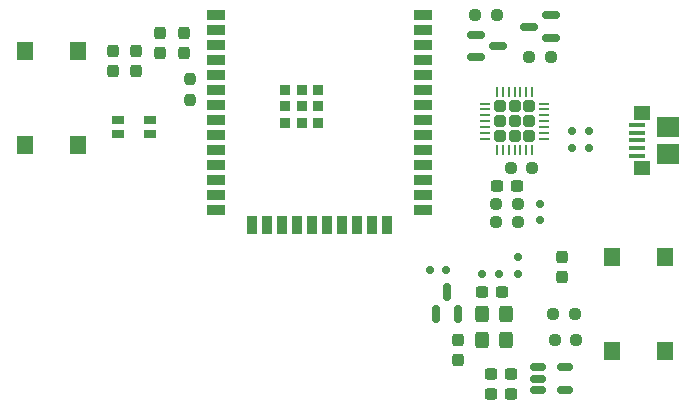
<source format=gbr>
%TF.GenerationSoftware,KiCad,Pcbnew,8.0.5-8.0.5-0~ubuntu24.04.1*%
%TF.CreationDate,2024-09-17T16:47:33-05:00*%
%TF.ProjectId,Airboat,41697262-6f61-4742-9e6b-696361645f70,rev?*%
%TF.SameCoordinates,Original*%
%TF.FileFunction,Paste,Top*%
%TF.FilePolarity,Positive*%
%FSLAX46Y46*%
G04 Gerber Fmt 4.6, Leading zero omitted, Abs format (unit mm)*
G04 Created by KiCad (PCBNEW 8.0.5-8.0.5-0~ubuntu24.04.1) date 2024-09-17 16:47:33*
%MOMM*%
%LPD*%
G01*
G04 APERTURE LIST*
G04 Aperture macros list*
%AMRoundRect*
0 Rectangle with rounded corners*
0 $1 Rounding radius*
0 $2 $3 $4 $5 $6 $7 $8 $9 X,Y pos of 4 corners*
0 Add a 4 corners polygon primitive as box body*
4,1,4,$2,$3,$4,$5,$6,$7,$8,$9,$2,$3,0*
0 Add four circle primitives for the rounded corners*
1,1,$1+$1,$2,$3*
1,1,$1+$1,$4,$5*
1,1,$1+$1,$6,$7*
1,1,$1+$1,$8,$9*
0 Add four rect primitives between the rounded corners*
20,1,$1+$1,$2,$3,$4,$5,0*
20,1,$1+$1,$4,$5,$6,$7,0*
20,1,$1+$1,$6,$7,$8,$9,0*
20,1,$1+$1,$8,$9,$2,$3,0*%
G04 Aperture macros list end*
%ADD10RoundRect,0.150000X-0.512500X-0.150000X0.512500X-0.150000X0.512500X0.150000X-0.512500X0.150000X0*%
%ADD11RoundRect,0.237500X0.300000X0.237500X-0.300000X0.237500X-0.300000X-0.237500X0.300000X-0.237500X0*%
%ADD12RoundRect,0.237500X0.237500X-0.250000X0.237500X0.250000X-0.237500X0.250000X-0.237500X-0.250000X0*%
%ADD13RoundRect,0.237500X-0.250000X-0.237500X0.250000X-0.237500X0.250000X0.237500X-0.250000X0.237500X0*%
%ADD14RoundRect,0.237500X0.250000X0.237500X-0.250000X0.237500X-0.250000X-0.237500X0.250000X-0.237500X0*%
%ADD15RoundRect,0.150000X-0.200000X0.150000X-0.200000X-0.150000X0.200000X-0.150000X0.200000X0.150000X0*%
%ADD16R,1.400000X1.600000*%
%ADD17RoundRect,0.150000X0.150000X0.200000X-0.150000X0.200000X-0.150000X-0.200000X0.150000X-0.200000X0*%
%ADD18R,1.400000X0.400000*%
%ADD19R,1.450000X1.150000*%
%ADD20R,1.900000X1.750000*%
%ADD21RoundRect,0.150000X0.150000X-0.587500X0.150000X0.587500X-0.150000X0.587500X-0.150000X-0.587500X0*%
%ADD22RoundRect,0.237500X0.237500X-0.300000X0.237500X0.300000X-0.237500X0.300000X-0.237500X-0.300000X0*%
%ADD23R,1.500000X0.900000*%
%ADD24R,0.900000X1.500000*%
%ADD25R,0.900000X0.900000*%
%ADD26RoundRect,0.237500X-0.300000X-0.237500X0.300000X-0.237500X0.300000X0.237500X-0.300000X0.237500X0*%
%ADD27RoundRect,0.237500X-0.237500X0.300000X-0.237500X-0.300000X0.237500X-0.300000X0.237500X0.300000X0*%
%ADD28RoundRect,0.150000X-0.150000X-0.200000X0.150000X-0.200000X0.150000X0.200000X-0.150000X0.200000X0*%
%ADD29RoundRect,0.250000X0.325000X0.450000X-0.325000X0.450000X-0.325000X-0.450000X0.325000X-0.450000X0*%
%ADD30RoundRect,0.150000X-0.587500X-0.150000X0.587500X-0.150000X0.587500X0.150000X-0.587500X0.150000X0*%
%ADD31RoundRect,0.250000X-0.255000X-0.255000X0.255000X-0.255000X0.255000X0.255000X-0.255000X0.255000X0*%
%ADD32RoundRect,0.062500X-0.325000X-0.062500X0.325000X-0.062500X0.325000X0.062500X-0.325000X0.062500X0*%
%ADD33RoundRect,0.062500X-0.062500X-0.325000X0.062500X-0.325000X0.062500X0.325000X-0.062500X0.325000X0*%
%ADD34RoundRect,0.150000X0.587500X0.150000X-0.587500X0.150000X-0.587500X-0.150000X0.587500X-0.150000X0*%
%ADD35R,1.050000X0.800000*%
G04 APERTURE END LIST*
D10*
%TO.C,U6*%
X157429200Y-119613600D03*
X157429200Y-121513600D03*
X155154200Y-121513600D03*
X155154200Y-120563600D03*
X155154200Y-119613600D03*
%TD*%
D11*
%TO.C,C6*%
X152881500Y-121843800D03*
X151156500Y-121843800D03*
%TD*%
%TO.C,C5*%
X151157600Y-120167400D03*
X152882600Y-120167400D03*
%TD*%
D12*
%TO.C,R1*%
X125678160Y-97002886D03*
X125678160Y-95177886D03*
%TD*%
D13*
%TO.C,R6*%
X154385880Y-93324242D03*
X156210880Y-93324242D03*
%TD*%
D14*
%TO.C,R5*%
X151659600Y-89814400D03*
X149834600Y-89814400D03*
%TD*%
D15*
%TO.C,D1*%
X155337387Y-107183100D03*
X155337387Y-105783100D03*
%TD*%
D16*
%TO.C,SW1*%
X165908444Y-110260692D03*
X165908444Y-118260692D03*
X161408444Y-110260692D03*
X161408444Y-118260692D03*
%TD*%
D14*
%TO.C,R3*%
X153426221Y-107311582D03*
X151601221Y-107311582D03*
%TD*%
D17*
%TO.C,D4*%
X158038010Y-101052906D03*
X159438010Y-101052906D03*
%TD*%
D18*
%TO.C,J4*%
X163492546Y-101705379D03*
X163492546Y-101055379D03*
X163492546Y-100405379D03*
X163492546Y-99755379D03*
X163492546Y-99105379D03*
D19*
X163912546Y-102725379D03*
D20*
X166142546Y-101530379D03*
X166142546Y-99280379D03*
D19*
X163912546Y-98085379D03*
%TD*%
D13*
%TO.C,R4*%
X151616202Y-105784257D03*
X153441202Y-105784257D03*
%TD*%
D21*
%TO.C,U3*%
X146454992Y-115091735D03*
X148354992Y-115091735D03*
X147404992Y-113216735D03*
%TD*%
D16*
%TO.C,SW3*%
X111683764Y-100805103D03*
X111683764Y-92805103D03*
X116183764Y-100805103D03*
X116183764Y-92805103D03*
%TD*%
D22*
%TO.C,C11*%
X119152007Y-94532969D03*
X119152007Y-92807969D03*
%TD*%
D23*
%TO.C,U1*%
X127892546Y-89775379D03*
X127892546Y-91045379D03*
X127892546Y-92315379D03*
X127892546Y-93585379D03*
X127892546Y-94855379D03*
X127892546Y-96125379D03*
X127892546Y-97395379D03*
X127892546Y-98665379D03*
X127892546Y-99935379D03*
X127892546Y-101205379D03*
X127892546Y-102475379D03*
X127892546Y-103745379D03*
X127892546Y-105015379D03*
X127892546Y-106285379D03*
D24*
X130932546Y-107535379D03*
X132202546Y-107535379D03*
X133472546Y-107535379D03*
X134742546Y-107535379D03*
X136012546Y-107535379D03*
X137282546Y-107535379D03*
X138552546Y-107535379D03*
X139822546Y-107535379D03*
X141092546Y-107535379D03*
X142362546Y-107535379D03*
D23*
X145392546Y-106285379D03*
X145392546Y-105015379D03*
X145392546Y-103745379D03*
X145392546Y-102475379D03*
X145392546Y-101205379D03*
X145392546Y-99935379D03*
X145392546Y-98665379D03*
X145392546Y-97395379D03*
X145392546Y-96125379D03*
X145392546Y-94855379D03*
X145392546Y-93585379D03*
X145392546Y-92315379D03*
X145392546Y-91045379D03*
X145392546Y-89775379D03*
D25*
X133742546Y-96095379D03*
X133742546Y-97495379D03*
X133742546Y-98895379D03*
X135142546Y-96095379D03*
X135142546Y-97495379D03*
X135142546Y-98895379D03*
X136542546Y-96095379D03*
X136542546Y-97495379D03*
X136542546Y-98895379D03*
%TD*%
D15*
%TO.C,D2*%
X153433800Y-111680379D03*
X153433800Y-110280379D03*
%TD*%
D26*
%TO.C,C7*%
X150394098Y-113217261D03*
X152119098Y-113217261D03*
%TD*%
D17*
%TO.C,D6*%
X150396284Y-111674067D03*
X151796284Y-111674067D03*
%TD*%
D27*
%TO.C,C2*%
X123142546Y-91280379D03*
X123142546Y-93005379D03*
%TD*%
%TO.C,C3*%
X125142546Y-91280379D03*
X125142546Y-93005379D03*
%TD*%
D17*
%TO.C,D3*%
X158038010Y-99574168D03*
X159438010Y-99574168D03*
%TD*%
D28*
%TO.C,D5*%
X147349885Y-111373957D03*
X145949885Y-111373957D03*
%TD*%
D26*
%TO.C,C4*%
X151652554Y-104260511D03*
X153377554Y-104260511D03*
%TD*%
D29*
%TO.C,D8*%
X152445593Y-117297388D03*
X150395593Y-117297388D03*
%TD*%
D27*
%TO.C,C1*%
X121099174Y-92803617D03*
X121099174Y-94528617D03*
%TD*%
D29*
%TO.C,D7*%
X152434096Y-115122880D03*
X150384096Y-115122880D03*
%TD*%
D30*
%TO.C,Q2*%
X149841268Y-91437641D03*
X149841268Y-93337641D03*
X151716268Y-92387641D03*
%TD*%
D13*
%TO.C,R8*%
X156557850Y-117284138D03*
X158382850Y-117284138D03*
%TD*%
D27*
%TO.C,C8*%
X148331831Y-117298531D03*
X148331831Y-119023531D03*
%TD*%
D13*
%TO.C,R7*%
X156420058Y-115115633D03*
X158245058Y-115115633D03*
%TD*%
D31*
%TO.C,U2*%
X151892546Y-97530379D03*
X151892546Y-98780379D03*
X151892546Y-100030379D03*
X153142546Y-97530379D03*
X153142546Y-98780379D03*
X153142546Y-100030379D03*
X154392546Y-97530379D03*
X154392546Y-98780379D03*
X154392546Y-100030379D03*
D32*
X150680046Y-97280379D03*
X150680046Y-97780379D03*
X150680046Y-98280379D03*
X150680046Y-98780379D03*
X150680046Y-99280379D03*
X150680046Y-99780379D03*
X150680046Y-100280379D03*
D33*
X151642546Y-101242879D03*
X152142546Y-101242879D03*
X152642546Y-101242879D03*
X153142546Y-101242879D03*
X153642546Y-101242879D03*
X154142546Y-101242879D03*
X154642546Y-101242879D03*
D32*
X155605046Y-100280379D03*
X155605046Y-99780379D03*
X155605046Y-99280379D03*
X155605046Y-98780379D03*
X155605046Y-98280379D03*
X155605046Y-97780379D03*
X155605046Y-97280379D03*
D33*
X154642546Y-96317879D03*
X154142546Y-96317879D03*
X153642546Y-96317879D03*
X153142546Y-96317879D03*
X152642546Y-96317879D03*
X152142546Y-96317879D03*
X151642546Y-96317879D03*
%TD*%
D22*
%TO.C,C9*%
X157142546Y-112005379D03*
X157142546Y-110280379D03*
%TD*%
D34*
%TO.C,Q1*%
X156209600Y-91714400D03*
X156209600Y-89814400D03*
X154334600Y-90764400D03*
%TD*%
D35*
%TO.C,X1*%
X119608031Y-99850559D03*
X122258031Y-99850559D03*
X122258031Y-98650559D03*
X119608031Y-98650559D03*
%TD*%
D14*
%TO.C,R2*%
X154642546Y-102780379D03*
X152817546Y-102780379D03*
%TD*%
M02*

</source>
